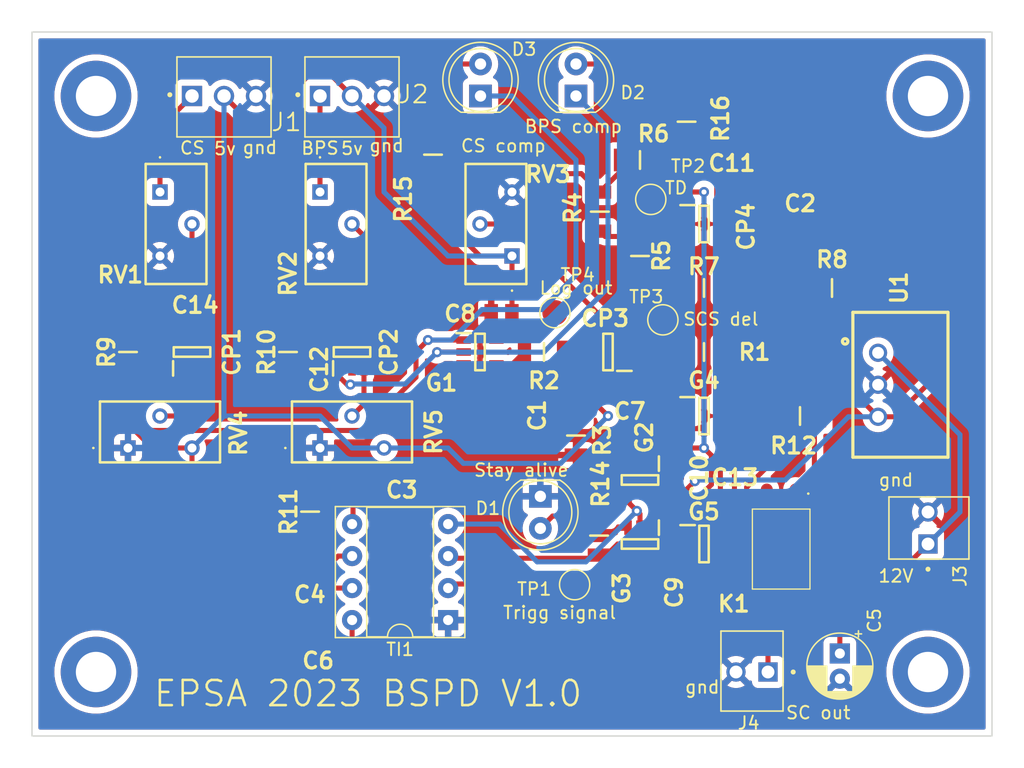
<source format=kicad_pcb>
(kicad_pcb (version 20211014) (generator pcbnew)
  (layers (0 "F.Cu" signal) (31 "B.Cu" signal) (34 "B.Paste" user) (35 "F.Paste" user) (36 "B.SilkS" user "B.Silkscreen") (37 "F.SilkS" user "F.Silkscreen") (38 "B.Mask" user) (39 "F.Mask" user) (44 "Edge.Cuts" user))
  (net 0 "")
  (net 1 "Net-(C1-Pad1)")
  (net 2 "0")
  (net 3 "Net-(C2-Pad1)")
  (net 4 "Net-(C3-Pad2)")
  (net 5 "Net-(C4-Pad1)")
  (net 6 "Net-(CP1-Pad1)")
  (net 7 "Net-(CP1-Pad3)")
  (net 8 "Net-(CP1-Pad4)")
  (net 9 "+5V")
  (net 10 "Net-(CP2-Pad1)")
  (net 11 "Net-(CP2-Pad3)")
  (net 12 "Net-(CP2-Pad4)")
  (net 13 "Del")
  (net 14 "Net-(CP3-Pad3)")
  (net 15 "Trigg")
  (net 16 "Net-(CP4-Pad3)")
  (net 17 "Logic out")
  (net 18 "Net-(G2-Pad4)")
  (net 19 "Trigg Signal")
  (net 20 "Net-(G4-Pad4)")
  (net 21 "StayAlive")
  (net 22 "BSPDE")
  (net 23 "Current Sensor IN")
  (net 24 "BPS Signal")
  (net 25 "+12V")
  (net 26 "SC")
  (net 27 "Net-(K1-Pad1)")
  (net 28 "Net-(D1-Pad2)")
  (net 29 "Net-(D2-Pad2)")
  (net 30 "Net-(D3-Pad2)")
  (footprint "MountingHole:MountingHole_3.2mm_M3_DIN965_Pad" (layer "F.Cu") (at 165.1 116.84)
    (fp_text reference "REF**" hide)
    (fp_text value "MountingHole_3.2mm_M3_DIN965_Pad" hide)
  )
  (footprint "EPSA_lib:SOT95P280X145-5N" (layer "F.Cu") (at 142.24 101.6 -90)
    (fp_text reference "G2")
    (fp_text value "Gate NAND SN74AHCT1G00DBVR" hide)
  )
  (footprint "EPSA_lib:CAPC2012X130N" (layer "F.Cu") (at 139.330641 94.192119)
    (fp_text reference "C7")
    (fp_text value "Condensateur 0805Y1000104JXT" hide)
  )
  (footprint "MountingHole:MountingHole_3.2mm_M3_DIN965_Pad" (layer "F.Cu") (at 99.06 71.12)
    (fp_text reference "REF**" hide)
    (fp_text value "MountingHole_3.2mm_M3_DIN965_Pad" hide)
  )
  (footprint "EPSA_lib:SOT95P280X145-5N" (layer "F.Cu") (at 147.32 96.52)
    (fp_text reference "G4")
    (fp_text value "Gate OR SN74AHCT1G32DBVR" hide)
  )
  (footprint "EPSA_lib:MOLEX_22-11-2022" (layer "F.Cu") (at 152.4 116.84 180)
    (fp_text reference "J4")
    (fp_text value "2P Droit 2-11-2022")
  )
  (footprint "EPSA_lib:TSR-0.5-2433" (layer "F.Cu") (at 159.136 88.2915 -90)
    (fp_text reference "U1")
    (fp_text value "Alim LP TSR_0.5-2450" hide)
  )
  (footprint "EPSA_lib:3296Y1223LF" (layer "F.Cu") (at 116.84 99.06 -90)
    (fp_text reference "RV5")
    (fp_text value "Varystor 3296Y-1-223LF" hide)
  )
  (footprint "EPSA_lib:RESC3216X70N" (layer "F.Cu") (at 134.62 91.44)
    (fp_text reference "R2")
    (fp_text value "Résistance RK73H2BLTDD2152F" hide)
  )
  (footprint "EPSA_lib:SOT95P280X145-5N" (layer "F.Cu") (at 147.32 106.68)
    (fp_text reference "G5")
    (fp_text value "Gate NOR SN74AHCT1G02DBVR" hide)
  )
  (footprint "EPSA_lib:RESC3216X70N" (layer "F.Cu") (at 139.052725 80.299257 -90)
    (fp_text reference "R4")
    (fp_text value "Résistance RK73H2BLTDD2152F" hide)
  )
  (footprint "Package_DIP:DIP-8_W7.62mm_Socket" (layer "F.Cu") (at 127.008945 112.718181 180)
    (fp_text reference "TI1")
    (fp_text value "Timer 555 LM555CMX_NOPB")
  )
  (footprint "LED_THT:LED_D5.0mm" (layer "F.Cu") (at 134.330177 102.89618 -90)
    (fp_text reference "D1")
    (fp_text value "LED")
  )
  (footprint "EPSA_lib:SOT95P280X145-5N" (layer "F.Cu") (at 142.24 106.68 -90)
    (fp_text reference "G3")
    (fp_text value "Gate NAND SN74AHCT1G00DBVR" hide)
  )
  (footprint "EPSA_lib:SOT95P280X145-5N" (layer "F.Cu") (at 106.68 91.44 90)
    (fp_text reference "CP1")
    (fp_text value "Comparateur TS391ILT" hide)
  )
  (footprint "EPSA_lib:CAPC2012X130N" (layer "F.Cu") (at 144.996793 101.858091 90)
    (fp_text reference "C10")
    (fp_text value "Condensateur 0805Y1000104JXT" hide)
  )
  (footprint "EPSA_lib:CAPC2012X130N" (layer "F.Cu") (at 103.826525 89.121713 90)
    (fp_text reference "C14")
    (fp_text value "Condensateur 0805Y1000104JXT" hide)
  )
  (footprint "EPSA_lib:RESC3216X70N" (layer "F.Cu") (at 147.32 86.36)
    (fp_text reference "R7")
    (fp_text value "Résistance RK73H2BLTDD2152F" hide)
  )
  (footprint "EPSA_lib:CAPC2012X130N" (layer "F.Cu") (at 150.565317 99.377893)
    (fp_text reference "C13")
    (fp_text value "Condensateur 0805Y1000104JXT" hide)
  )
  (footprint "EPSA_lib:CPC1394GR" (layer "F.Cu") (at 153.446465 107.081097 180)
    (fp_text reference "K1")
    (fp_text value "SSR CPC1394GR" hide)
  )
  (footprint "TestPoint:TestPoint_Pad_D2.0mm" (layer "F.Cu") (at 144.055444 88.887924)
    (fp_text reference "TP3")
    (fp_text value "TestPoint")
  )
  (footprint "MountingHole:MountingHole_3.2mm_M3_DIN965_Pad" (layer "F.Cu") (at 165.1 71.12)
    (fp_text reference "REF**" hide)
    (fp_text value "MountingHole_3.2mm_M3_DIN965_Pad" hide)
  )
  (footprint "EPSA_lib:RESC3216X70N" (layer "F.Cu") (at 125.811056 75.776009 -90)
    (fp_text reference "R15")
    (fp_text value "Résistance RK73H2BLTDD2152F" hide)
  )
  (footprint "EPSA_lib:3296Y1223LF" (layer "F.Cu") (at 104.14 78.74 180)
    (fp_text reference "RV1")
    (fp_text value "Varystor 3296Y-1-223LF" hide)
  )
  (footprint "EPSA_lib:3296Y1223LF" (layer "F.Cu") (at 101.6 99.06 -90)
    (fp_text reference "RV4")
    (fp_text value "Varystor 3296Y-1-223LF" hide)
  )
  (footprint "EPSA_lib:RESC3216X70N" (layer "F.Cu") (at 157.48 86.36 180)
    (fp_text reference "R8")
    (fp_text value "Résistance RK73H2BLTDD2152F" hide)
  )
  (footprint "EPSA_lib:CAPC2012X130N" (layer "F.Cu") (at 149.48666 78.426525)
    (fp_text reference "C11")
    (fp_text value "Condensateur 0805Y1000104JXT" hide)
  )
  (footprint "EPSA_lib:RESC3216X70N" (layer "F.Cu") (at 147.32 91.44)
    (fp_text reference "R1")
    (fp_text value "Résistance RK73H2BLTDD2152F" hide)
  )
  (footprint "EPSA_lib:CAPC2012X130N" (layer "F.Cu") (at 154.94 81.28)
    (fp_text reference "C2")
    (fp_text value "Condensateur 0805Y1000104JXT" hide)
  )
  (footprint "EPSA_lib:3296Y1223LF" (layer "F.Cu") (at 116.84 78.74 180)
    (fp_text reference "RV2")
    (fp_text value "Varystor 3296Y-1-223LF" hide)
  )
  (footprint "EPSA_lib:RESC3216X70N" (layer "F.Cu") (at 116.054103 104.111595 90)
    (fp_text reference "R11")
    (fp_text value "Résistance RK73H2BLTDD2152F" hide)
  )
  (footprint "MountingHole:MountingHole_3.2mm_M3_DIN965_Pad" (layer "F.Cu") (at 99.06 116.84)
    (fp_text reference "REF**" hide)
    (fp_text value "MountingHole_3.2mm_M3_DIN965_Pad" hide)
  )
  (footprint "LED_THT:LED_D5.0mm" (layer "F.Cu") (at 137.16 71.12 90)
    (fp_text reference "D2")
    (fp_text value "LED")
  )
  (footprint "EPSA_lib:MOLEX_22-11-2022" (layer "F.Cu") (at 165.1 106.68 90)
    (fp_text reference "J3")
    (fp_text value "2P Droit 2-11-2022")
  )
  (footprint "EPSA_lib:RESC3216X70N" (layer "F.Cu") (at 154.94 96.52 180)
    (fp_text reference "R12")
    (fp_text value "Résistance RK73H2BLTDD2152F" hide)
  )
  (footprint "LED_THT:LED_D5.0mm" (layer "F.Cu") (at 129.579341 71.12 90)
    (fp_text reference "D3")
    (fp_text value "LED")
  )
  (footprint "EPSA_lib:RESC3216X70N" (layer "F.Cu") (at 138.991482 106.011767 -90)
    (fp_text reference "R14")
    (fp_text value "Résistance RK73H2BLTDD2152F" hide)
  )
  (footprint "EPSA_lib:CAPC2012X130N" (layer "F.Cu") (at 120.036769 115.893642)
    (fp_text reference "C6")
    (fp_text value "Condensateur 0805Y1000104JXT" hide)
  )
  (footprint "TestPoint:TestPoint_Pad_D2.0mm" (layer "F.Cu") (at 137.051316 109.908327)
    (fp_text reference "TP1")
    (fp_text value "TestPoint")
  )
  (footprint "EPSA_lib:RESC3216X70N" (layer "F.Cu") (at 137.16 98.07 90)
    (fp_text reference "R3")
    (fp_text value "Résistance RK73H2BLTDD2152F" hide)
  )
  (footprint "EPSA_lib:RESC3216X70N" (layer "F.Cu") (at 142.24 76.2 180)
    (fp_text reference "R6")
    (fp_text value "Résistance RK73H2BLTDD2152F" hide)
  )
  (footprint "Capacitor_THT:CP_Radial_D5.0mm_P2.00mm" (layer "F.Cu") (at 158.103366 115.370154 -90)
    (fp_text reference "C5")
    (fp_text value "C")
  )
  (footprint "EPSA_lib:CAPC2012X130N" (layer "F.Cu") (at 116.657137 89.154906 90)
    (fp_text reference "C12")
    (fp_text value "Condensateur 0805Y1000104JXT" hide)
  )
  (footprint "EPSA_lib:MOLEX_22-11-2032" (layer "F.Cu") (at 116.84 71.12)
    (fp_text reference "J2")
    (fp_text value "3P Droit 22-11-2032")
  )
  (footprint "EPSA_lib:SOT95P280X145-5N" (layer "F.Cu") (at 139.7 91.44 180)
    (fp_text reference "CP3")
    (fp_text value "Comparateur TS391ILT" hide)
  )
  (footprint "EPSA_lib:RESC3216X70N" (layer "F.Cu") (at 145.937287 73.159219 90)
    (fp_text reference "R16")
    (fp_text value "Résistance RK73H2BLTDD2152F" hide)
  )
  (footprint "EPSA_lib:CAPC2012X130N" (layer "F.Cu") (at 131.25078 88.369796 180)
    (fp_text reference "C8")
    (fp_text value "Condensateur 0805Y1000104JXT" hide)
  )
  (footprint "EPSA_lib:3296Y1223LF" (layer "F.Cu") (at 132.08 83.82)
    (fp_text reference "RV3")
    (fp_text value "Varystor 3296Y-1-223LF" hide)
  )
  (footprint "EPSA_lib:CAPC2012X130N" (layer "F.Cu") (at 116.041316 109.064947 180)
    (fp_text reference "C4")
    (fp_text value "Condensateur 0805Y1000104JXT" hide)
  )
  (footprint "EPSA_lib:SOT95P280X145-5N" (layer "F.Cu") (at 147.32 81.28)
    (fp_text reference "CP4")
    (fp_text value "Comparateur TS391ILT" hide)
  )
  (footprint "EPSA_lib:RESC3216X70N" (layer "F.Cu") (at 114.3 91.44 90)
    (fp_text reference "R10")
    (fp_text value "Résistance RK73H2BLTDD2152F" hide)
  )
  (footprint "EPSA_lib:CAPC2012X130N" (layer "F.Cu") (at 132.08 96.52 -90)
    (fp_text reference "C1")
    (fp_text value "Condensateur 0805Y1000104JXT" hide)
  )
  (footprint "EPSA_lib:RESC3216X70N" (layer "F.Cu") (at 101.6 91.44 90)
    (fp_text reference "R9")
    (fp_text value "Résistance RK73H2BLTDD2152F" hide)
  )
  (footprint "EPSA_lib:SOT95P280X145-5N" (layer "F.Cu") (at 129.54 91.44)
    (fp_text reference "G1")
    (fp_text value "Gate AND SN74AHCT1G08DBVR" hide)
  )
  (footprint "EPSA_lib:MOLEX_22-11-2032" (layer "F.Cu") (at 106.68 71.12)
    (fp_text reference "J1")
    (fp_text value "3P Droit 22-11-2032")
  )
  (footprint "TestPoint:TestPoint_Pad_D2.0mm" (layer "F.Cu") (at 135.489466 88.320355)
    (fp_text reference "TP4")
    (fp_text value "TestPoint")
  )
  (footprint "EPSA_lib:SOT95P280X145-5N" (layer "F.Cu") (at 119.38 91.44 90)
    (fp_text reference "CP2")
    (fp_text value "Comparateur TS391ILT" hide)
  )
  (footprint "TestPoint:TestPoint_Pad_D2.0mm" (layer "F.Cu") (at 143.095409 79.329644)
    (fp_text reference "TP2")
    (fp_text value "TestPoint")
  )
  (footprint "EPSA_lib:CAPC2012X130N" (layer "F.Cu") (at 143.081373 110.555008 -90)
    (fp_text reference "C9")
    (fp_text value "Condensateur 0805Y1000104JXT" hide)
  )
  (footprint "EPSA_lib:CAPC2012X130N" (layer "F.Cu") (at 120.281379 102.505323 180)
    (fp_text reference "C3")
    (fp_text value "Condensateur 0805Y1000104JXT" hide)
  )
  (footprint "EPSA_lib:RESC3216X70N" (layer "F.Cu") (at 142.24 83.82 -90)
    (fp_text reference "R5")
    (fp_text value "Résistance RK73H2BLTDD2152F" hide)
  )
  (gr_rect (start 93.98 66.04) (end 170.18 121.92) (layer "Edge.Cuts") (width 0.1) (fill none))
  (gr_text "5v" (at 119.38 75.280154) (layer "F.SilkS") (effects (font (size 1 1))))
  (gr_text "SC out" (at 156.387562 120.071903) (layer "F.SilkS") (effects (font (size 1 1))))
  (gr_text "gnd" (at 162.56 101.6) (layer "F.SilkS") (effects (font (size 1 1))))
  (gr_text "CS comp" (at 131.391148 75.074794) (layer "F.SilkS") (effects (font (size 1 1))))
  (gr_text "Stay alive" (at 132.815063 100.819807) (layer "F.SilkS") (effects (font (size 1 1))))
  (gr_text "CS" (at 106.705284 75.249021) (layer "F.SilkS") (effects (font (size 1 1))))
  (gr_text "BPS" (at 116.84 75.258078) (layer "F.SilkS") (effects (font (size 1 1))))
  (gr_text "TD" (at 145.106819 78.412898) (layer "F.SilkS") (effects (font (size 1 1))))
  (gr_text "5v" (at 109.300569 75.298268) (layer "F.SilkS") (effects (font (size 1 1))))
  (gr_text "Trigg signal" (at 135.856715 112.128797) (layer "F.SilkS") (effects (font (size 1 1))))
  (gr_text "BPS comp" (at 136.951948 73.541905) (layer "F.SilkS") (effects (font (size 1 1))))
  (gr_text "SCS del" (at 148.658396 88.831744) (layer "F.SilkS") (effects (font (size 1 1))))
  (gr_text "gnd" (at 147.183202 118.035516) (layer "F.SilkS") (effects (font (size 1 1))))
  (gr_text "gnd" (at 112.071992 75.207698) (layer "F.SilkS") (effects (font (size 1 1))))
  (gr_text "EPSA 2023 BSPD V1.0" (at 120.654613 118.552914) (layer "F.SilkS") (effects (font (size 2 2) (thickness 0.2))))
  (gr_text "gnd" (at 122.125195 75.062787) (layer "F.SilkS") (effects (font (size 1 1))))
  (gr_text "Log out" (at 137.16 86.36) (layer "F.SilkS") (effects (font (size 1 1))))
  (gr_text "12V" (at 162.56 109.22) (layer "F.SilkS") (effects (font (size 1 1))))
  (segment (start 137.16 93.98) (end 137.16 96.52) (width 0.4) (layer "F.Cu") (net 1))
  (segment (start 137.45 91.44) (end 138.4 90.49) (width 0.4) (layer "F.Cu") (net 1))
  (segment (start 136.17 91.44) (end 136.17 92.99) (width 0.4) (layer "F.Cu") (net 1))
  (segment (start 136.17 92.99) (end 137.16 93.98) (width 0.4) (layer "F.Cu") (net 1))
  (segment (start 136.17 91.44) (end 137.45 91.44) (width 0.4) (layer "F.Cu") (net 1))
  (segment (start 136.17 91.44) (end 132.08 95.53) (width 0.4) (layer "F.Cu") (net 1))
  (segment (start 144.434884 101.6) (end 142.24 101.6) (width 0.25) (layer "F.Cu") (net 2))
  (segment (start 144.996793 101.038091) (end 144.434884 101.6) (width 0.25) (layer "F.Cu") (net 2))
  (segment (start 154.12 81.28) (end 154.12 84.55) (width 0.4) (layer "F.Cu") (net 3))
  (segment (start 154.12 81.28) (end 149.57 81.28) (width 0.4) (layer "F.Cu") (net 3))
  (segment (start 149.57 81.28) (end 148.62 82.23) (width 0.4) (layer "F.Cu") (net 3))
  (segment (start 148.87 86.36) (end 148.87 82.48) (width 0.4) (layer "F.Cu") (net 3))
  (segment (start 148.87 82.48) (end 148.62 82.23) (width 0.4) (layer "F.Cu") (net 3))
  (segment (start 154.12 84.55) (end 155.93 86.36) (width 0.4) (layer "F.Cu") (net 3))
  (segment (start 119.461379 102.505323) (end 119.461379 105.025747) (width 0.4) (layer "F.Cu") (net 4))
  (segment (start 119.461379 105.025747) (end 119.388945 105.098181) (width 0.4) (layer "F.Cu") (net 4))
  (segment (start 119.388945 107.638181) (end 118.288082 107.638181) (width 0.4) (layer "F.Cu") (net 5))
  (segment (start 116.861316 109.064947) (end 116.861316 106.468808) (width 0.4) (layer "F.Cu") (net 5))
  (segment (start 116.861316 106.468808) (end 116.054103 105.661595) (width 0.4) (layer "F.Cu") (net 5))
  (segment (start 118.288082 107.638181) (end 116.861316 109.064947) (width 0.4) (layer "F.Cu") (net 5))
  (segment (start 119.388945 110.178181) (end 117.97455 110.178181) (width 0.4) (layer "F.Cu") (net 5))
  (segment (start 117.97455 110.178181) (end 116.861316 109.064947) (width 0.4) (layer "F.Cu") (net 5))
  (segment (start 103.15 92.99) (end 105.48 92.99) (width 0.4) (layer "F.Cu") (net 6))
  (segment (start 101.6 92.99) (end 103.15 92.99) (width 0.4) (layer "F.Cu") (net 6))
  (segment (start 124.46 93.445) (end 124.46 91.44) (width 0.4) (layer "F.Cu") (net 6))
  (segment (start 103.15 92.99) (end 103.15 94.179002) (width 0.4) (layer "F.Cu") (net 6))
  (segment (start 102.449431 96.723694) (end 103.393981 97.668244) (width 0.4) (layer "F.Cu") (net 6))
  (segment (start 120.236756 97.668244) (end 124.46 93.445) (width 0.4) (layer "F.Cu") (net 6))
  (segment (start 103.15 94.179002) (end 102.449431 94.879571) (width 0.4) (layer "F.Cu") (net 6))
  (segment (start 102.449431 94.879571) (end 102.449431 96.723694) (width 0.4) (layer "F.Cu") (net 6))
  (segment (start 125.41 90.49) (end 128.24 90.49) (width 0.4) (layer "F.Cu") (net 6))
  (segment (start 124.46 91.44) (end 125.41 90.49) (width 0.4) (layer "F.Cu") (net 6))
  (segment (start 103.393981 97.668244) (end 120.236756 97.668244) (width 0.4) (layer "F.Cu") (net 6))
  (segment (start 105.48 92.99) (end 105.73 92.74) (width 0.4) (layer "F.Cu") (net 6))
  (via (at 125.41 90.49) (size 0.8) (drill 0.4) (layers "F.Cu" "B.Cu") (net 6))
  (segment (start 137.16 85.342508) (end 137.16 76.2) (width 0.4) (layer "B.Cu") (net 6))
  (segment (start 132.08 71.12) (end 129.579341 71.12) (width 0.4) (layer "B.Cu") (net 6))
  (segment (start 137.16 76.2) (end 132.08 71.12) (width 0.4) (layer "B.Cu") (net 6))
  (segment (start 127.277 90.49) (end 129.695239 88.071761) (width 0.4) (layer "B.Cu") (net 6))
  (segment (start 125.41 90.49) (end 127.277 90.49) (width 0.4) (layer "B.Cu") (net 6))
  (segment (start 129.695239 88.071761) (end 134.430747 88.071761) (width 0.4) (layer "B.Cu") (net 6))
  (segment (start 134.430747 88.071761) (end 137.16 85.342508) (width 0.4) (layer "B.Cu") (net 6))
  (segment (start 107.63 94.372683) (end 107.63 92.74) (width 0.4) (layer "F.Cu") (net 7))
  (segment (start 105.482683 96.52) (end 107.63 94.372683) (width 0.4) (layer "F.Cu") (net 7))
  (segment (start 104.14 96.52) (end 105.482683 96.52) (width 0.4) (layer "F.Cu") (net 7))
  (segment (start 106.68 81.28) (end 106.68 86.36) (width 0.4) (layer "F.Cu") (net 8))
  (segment (start 106.68 86.36) (end 107.63 87.31) (width 0.4) (layer "F.Cu") (net 8))
  (segment (start 107.63 87.31) (end 107.63 90.14) (width 0.4) (layer "F.Cu") (net 8))
  (segment (start 125.793257 80.073257) (end 125.793257 77.343808) (width 0.4) (layer "F.Cu") (net 9))
  (segment (start 116.84 102.59) (end 108.889831 102.59) (width 0.4) (layer "F.Cu") (net 9))
  (segment (start 146.5955 101.692134) (end 145.387634 102.9) (width 0.4) (layer "F.Cu") (net 9))
  (segment (start 114.3 88.9) (end 111.76 86.36) (width 0.4) (layer "F.Cu") (net 9))
  (segment (start 119.388945 112.718181) (end 119.388945 115.721466) (width 0.4) (layer "F.Cu") (net 9))
  (segment (start 140.69 76.2) (end 142.355167 74.534833) (width 0.4) (layer "F.Cu") (net 9))
  (segment (start 114.384906 89.974906) (end 118.264906 89.974906) (width 0.4) (layer "F.Cu") (net 9))
  (segment (start 149.86 93.98) (end 152.4 91.44) (width 0.4) (layer "F.Cu") (net 9))
  (segment (start 101.6 89.89) (end 100.05 91.44) (width 0.4) (layer "F.Cu") (net 9))
  (segment (start 100.05 91.44) (end 100.05 95.583663) (width 0.4) (layer "F.Cu") (net 9))
  (segment (start 139.052725 78.749257) (end 140.69 77.111982) (width 0.4) (layer "F.Cu") (net 9))
  (segment (start 154.94 76.2) (end 165.1 86.36) (width 0.4) (layer "F.Cu") (net 9))
  (segment (start 132.08 83.82) (end 132.08 89.25) (width 0.4) (layer "F.Cu") (net 9))
  (segment (start 142.563397 74.534833) (end 142.584865 74.556301) (width 0.4) (layer "F.Cu") (net 9))
  (segment (start 152.4 91.44) (end 155.9945 91.44) (width 0.4) (layer "F.Cu") (net 9))
  (segment (start 119.216769 115.893642) (end 118.433642 115.893642) (width 0.4) (layer "F.Cu") (net 9))
  (segment (start 125.793257 77.343808) (end 125.811056 77.326009) (width 0.4) (layer "F.Cu") (net 9))
  (segment (start 119.388945 115.721466) (end 119.216769 115.893642) (width 0.4) (layer "F.Cu") (net 9))
  (segment (start 148.62 77.5) (end 148.62 80.33) (width 0.4) (layer "F.Cu") (net 9))
  (segment (start 137.586307 77.282839) (end 139.052725 78.749257) (width 0.4) (layer "F.Cu") (net 9))
  (segment (start 132.740444 118.127746) (end 120.379223 118.127746) (width 0.4) (layer "F.Cu") (net 9))
  (segment (start 105.48 89.89) (end 105.73 90.14) (width 0.4) (layer "F.Cu") (net 9))
  (segment (start 147.32 76.2) (end 154.94 76.2) (width 0.4) (layer "F.Cu") (net 9))
  (segment (start 143.081373 109.735008) (end 141.133182 109.735008) (width 0.4) (layer "F.Cu") (net 9))
  (segment (start 149.879807 95.569251) (end 148.910749 95.569251) (width 0.4) (layer "F.Cu") (net 9))
  (segment (start 138.4 95.22) (end 138.4 92.39) (width 0.4) (layer "F.Cu") (net 9))
  (segment (start 108.889831 106.349831) (end 108.889831 102.59) (width 0.4) (layer "F.Cu") (net 9))
  (segment (start 165.1 93.98) (end 162.4985 96.5815) (width 0.4) (layer "F.Cu") (net 9))
  (segment (start 149.86 99.26321) (end 149.86 93.98) (width 0.4) (layer "F.Cu") (net 9))
  (segment (start 106.68 100.380169) (end 108.889831 102.59) (width 0.4) (layer "F.Cu") (net 9))
  (segment (start 148.62 95.57) (end 148.62 91.69) (width 0.4) (layer "F.Cu") (net 9))
  (segment (start 117.568995 69.308995) (end 119.38 71.12) (width 0.4) (layer "F.Cu") (net 9))
  (segment (start 142.355167 74.534833) (end 142.563397 74.534833) (width 0.4) (layer "F.Cu") (net 9))
  (segment (start 118.433642 115.893642) (end 108.889831 106.349831) (width 0.4) (layer "F.Cu") (net 9))
  (segment (start 143.19 107.98) (end 143.19 109.626381) (width 0.4) (layer "F.Cu") (net 9))
  (segment (start 103.526337 99.06) (end 106.68 99.06) (width 0.4) (layer "F.Cu") (net 9))
  (segment (start 132.08 89.25) (end 130.84 90.49) (width 0.4) (layer "F.Cu") (net 9))
  (segment (start 120.379223 118.127746) (end 119.216769 116.965292) (width 0.4) (layer "F.Cu") (net 9))
  (segment (start 111.76 73.66) (end 116.111005 69.308995) (width 0.4) (layer "F.Cu") (net 9))
  (segment (start 140.69 77.111982) (end 140.69 76.2) (width 0.4) (layer "F.Cu") (net 9))
  (segment (start 125.811056 77.326009) (end 125.854226 77.282839) (width 0.4) (layer "F.Cu") (net 9))
  (segment (start 155.9945 91.44) (end 161.136 96.5815) (width 0.4) (layer "F.Cu") (net 9))
  (segment (start 129.54 83.82) (end 125.793257 80.073257) (width 0.4) (layer "F.Cu") (net 9))
  (segment (start 139.7 96.52) (end 138.4 95.22) (width 0.4) (layer "F.Cu") (net 9))
  (segment (start 132.08 83.82) (end 129.54 83.82) (width 0.4) (layer "F.Cu") (net 9))
  (segment (start 145.387634 102.9) (end 143.19 102.9) (width 0.4) (layer "F.Cu") (net 9))
  (segment (start 125.854226 77.282839) (end 137.586307 77.282839) (width 0.4) (layer "F.Cu") (net 9))
  (segment (start 145.676301 74.556301) (end 147.32 76.2) (width 0.4) (layer "F.Cu") (net 9))
  (segment (start 119.216769 116.965292) (end 119.216769 115.893642) (width 0.4) (layer "F.Cu") (net 9))
  (segment (start 165.1 86.36) (end 165.1 93.98) (width 0.4) (layer "F.Cu") (net 9))
  (segment (start 148.62 105.73) (end 149.735532 104.614468) (width 0.4) (layer "F.Cu") (net 9))
  (segment (start 147.32 76.2) (end 148.62 77.5) (width 0.4) (layer "F.Cu") (net 9))
  (segment (start 114.3 89.89) (end 114.384906 89.974906) (width 0.4) (layer "F.Cu") (net 9))
  (segment (start 118.264906 89.974906) (end 118.43 90.14) (width 0.4) (layer "F.Cu") (net 9))
  (segment (start 141.133182 109.735008) (end 132.740444 118.127746) (width 0.4) (layer "F.Cu") (net 9))
  (segment (start 100.05 95.583663) (end 103.526337 99.06) (width 0.4) (layer "F.Cu") (net 9))
  (segment (start 116.111005 69.308995) (end 117.568995 69.308995) (width 0.4) (layer "F.Cu") (net 9))
  (segment (start 114.3 89.89) (end 114.3 88.9) (width 0.4) (layer "F.Cu") (net 9))
  (segment (start 101.6 89.89) (end 105.48 89.89) (width 0.4) (layer "F.Cu") (net 9))
  (segment (start 162.4985 96.5815) (end 161.136 96.5815) (width 0.4) (layer "F.Cu") (net 9))
  (segment (start 106.68 99.06) (end 106.68 100.380169) (width 0.4) (layer "F.Cu") (net 9))
  (segment (start 142.584865 74.556301) (end 145.676301 74.556301) (width 0.4) (layer "F.Cu") (net 9))
  (segment (start 111.76 73.66) (end 109.22 71.12) (width 0.4) (layer "F.Cu") (net 9))
  (segment (start 118.23161 89.94161) (end 118.43 90.14) (width 0.4) (layer "F.Cu") (net 9))
  (segment (start 149.735532 104.614468) (end 149.735532 99.387678) (width 0.4) (layer "F.Cu") (net 9))
  (segment (start 111.76 86.36) (end 111.76 73.66) (width 0.4) (layer "F.Cu") (net 9))
  (via (at 146.5955 101.692134) (size 0.8) (drill 0.4) (layers "F.Cu" "B.Cu") (net 9))
  (via (at 139.7 96.52) (size 0.8) (drill 0.4) (layers "F.Cu" "B.Cu") (net 9))
  (segment (start 127 99.06) (end 121.92 99.06) (width 0.4) (layer "B.Cu") (net 9))
  (segment (start 146.687634 101.6) (end 153.7625 101.6) (width 0.4) (layer "B.Cu") (net 9))
  (segment (start 121.92 73.66) (end 119.38 71.12) (width 0.4) (layer "B.Cu") (net 9))
  (segment (start 116.84 96.52) (end 109.22 96.52) (width 0.4) (layer "B.Cu") (net 9))
  (segment (start 109.22 96.52) (end 109.22 71.12) (width 0.4) (layer "B.Cu") (net 9))
  (segment (start 153.7625 101.6) (end 158.781 96.5815) (width 0.4) (layer "B.Cu") (net 9))
  (segment (start 146.5955 101.692134) (end 146.687634 101.6) (width 0.4) (layer "B.Cu") (net 9))
  (segment (start 139.7 96.52) (end 135.942314 100.277686) (width 0.4) (layer "B.Cu") (net 9))
  (segment (start 128.217686 100.277686) (end 127 99.06) (width 0.4) (layer "B.Cu") (net 9))
  (segment (start 132.08 83.82) (end 127 83.82) (width 0.4) (layer "B.Cu") (net 9))
  (segment (start 128.217686 100.277686) (end 135.942314 100.277686) (width 0.4) (layer "B.Cu") (net 9))
  (segment (start 106.68 99.06) (end 109.22 96.52) (width 0.4) (layer "B.Cu") (net 9))
  (segment (start 121.92 78.74) (end 121.92 73.66) (width 0.4) (layer "B.Cu") (net 9))
  (segment (start 119.38 99.06) (end 116.84 96.52) (width 0.4) (layer "B.Cu") (net 9))
  (segment (start 121.92 99.06) (end 119.38 99.06) (width 0.4) (layer "B.Cu") (net 9))
  (segment (start 158.781 96.5815) (end 161.136 96.5815) (width 0.4) (layer "B.Cu") (net 9))
  (segment (start 127 83.82) (end 121.92 78.74) (width 0.4) (layer "B.Cu") (net 9))
  (segment (start 114.3 92.99) (end 118.18 92.99) (width 0.4) (layer "F.Cu") (net 10))
  (segment (start 128.24 91.44) (end 126.147071 91.44) (width 0.4) (layer "F.Cu") (net 10))
  (segment (start 119.251221 94.028303) (end 118.993303 94.028303) (width 0.4) (layer "F.Cu") (net 10))
  (segment (start 118.43 93.465) (end 118.43 92.74) (width 0.4) (layer "F.Cu") (net 10))
  (segment (start 126.147071 91.44) (end 126.133745 91.453326) (width 0.4) (layer "F.Cu") (net 10))
  (segment (start 118.993303 94.028303) (end 118.43 93.465) (width 0.4) (layer "F.Cu") (net 10))
  (segment (start 118.18 92.99) (end 118.43 92.74) (width 0.4) (layer "F.Cu") (net 10))
  (via (at 119.251221 94.028303) (size 0.8) (drill 0.4) (layers "F.Cu" "B.Cu") (net 10))
  (via (at 126.133745 91.453326) (size 0.8) (drill 0.4) (layers "F.Cu" "B.Cu") (net 10))
  (segment (start 139.7 86.36) (end 139.7 73.66) (width 0.4) (layer "B.Cu") (net 10))
  (segment (start 126.133745 91.453326) (end 134.606674 91.453326) (width 0.4) (layer "B.Cu") (net 10))
  (segment (start 139.7 73.66) (end 137.16 71.12) (width 0.4) (layer "B.Cu") (net 10))
  (segment (start 134.606674 91.453326) (end 139.7 86.36) (width 0.4) (layer "B.Cu") (net 10))
  (segment (start 123.607071 93.98) (end 126.133745 91.453326) (width 0.4) (layer "B.Cu") (net 10))
  (segment (start 119.299524 93.98) (end 123.607071 93.98) (width 0.4) (layer "B.Cu") (net 10))
  (segment (start 119.251221 94.028303) (end 119.299524 93.98) (width 0.4) (layer "B.Cu") (net 10))
  (segment (start 120.33 95.57) (end 120.33 92.74) (width 0.4) (layer "F.Cu") (net 11))
  (segment (start 119.38 96.52) (end 120.33 95.57) (width 0.4) (layer "F.Cu") (net 11))
  (segment (start 120.33 82.23) (end 119.38 81.28) (width 0.4) (layer "F.Cu") (net 12))
  (segment (start 120.33 90.14) (end 120.33 82.23) (width 0.4) (layer "F.Cu") (net 12))
  (segment (start 146.02 95.57) (end 145.195 95.57) (width 0.4) (layer "F.Cu") (net 13))
  (segment (start 145.195 95.57) (end 143.19 97.575) (width 0.4) (layer "F.Cu") (net 13))
  (segment (start 143.19 97.575) (end 143.19 100.3) (width 0.4) (layer "F.Cu") (net 13))
  (segment (start 144.82 92.39) (end 145.77 91.44) (width 0.4) (layer "F.Cu") (net 13))
  (segment (start 145.77 95.32) (end 146.02 95.57) (width 0.4) (layer "F.Cu") (net 13))
  (segment (start 145.77 88.936453) (end 145.77 86.36) (width 0.4) (layer "F.Cu") (net 13))
  (segment (start 142.24 100.3) (end 143.19 100.3) (width 0.4) (layer "F.Cu") (net 13))
  (segment (start 145.721471 88.887924) (end 145.77 88.936453) (width 0.4) (layer "F.Cu") (net 13))
  (segment (start 144.055444 88.887924) (end 145.721471 88.887924) (width 0.4) (layer "F.Cu") (net 13))
  (segment (start 145.77 91.44) (end 145.77 95.32) (width 0.4) (layer "F.Cu") (net 13))
  (segment (start 141 92.39) (end 144.82 92.39) (width 0.4) (layer "F.Cu") (net 13))
  (segment (start 145.77 91.44) (end 145.77 88.936453) (width 0.4) (layer "F.Cu") (net 13))
  (segment (start 131.79 81.28) (end 141 90.49) (width 0.4) (layer "F.Cu") (net 14))
  (segment (start 129.54 81.28) (end 131.79 81.28) (width 0.4) (layer "F.Cu") (net 14))
  (segment (start 147.907694 101.962277) (end 144.489971 105.38) (width 0.4) (layer "F.Cu") (net 15))
  (segment (start 144.489971 105.38) (end 143.19 105.38) (width 0.4) (layer "F.Cu") (net 15))
  (segment (start 144.605 78.915) (end 146.02 80.33) (width 0.4) (layer "F.Cu") (net 15))
  (segment (start 144.832139 98.393394) (end 145.498745 99.06) (width 0.4) (layer "F.Cu") (net 15))
  (segment (start 147.907694 99.647694) (end 147.907694 101.962277) (width 0.4) (layer "F.Cu") (net 15))
  (segment (start 146.02 96.52) (end 145.295 96.52) (width 0.4) (layer "F.Cu") (net 15))
  (segment (start 147.32 99.06) (end 147.907694 99.647694) (width 0.4) (layer "F.Cu") (net 15))
  (segment (start 145.498745 99.06) (end 147.32 99.06) (width 0.4) (layer "F.Cu") (net 15))
  (segment (start 144.605 78.915) (end 144.78 78.74) (width 0.4) (layer "F.Cu") (net 15))
  (segment (start 143.79 76.2) (end 143.79 78.1) (width 0.4) (layer "F.Cu") (net 15))
  (segment (start 145.295 96.52) (end 144.832139 96.982861) (width 0.4) (layer "F.Cu") (net 15))
  (segment (start 143.510053 78.915) (end 144.605 78.915) (width 0.4) (layer "F.Cu") (net 15))
  (segment (start 144.832139 96.982861) (end 144.832139 98.393394) (width 0.4) (layer "F.Cu") (net 15))
  (segment (start 143.79 78.1) (end 144.605 78.915) (width 0.4) (layer "F.Cu") (net 15))
  (segment (start 144.78 78.74) (end 147.32 78.74) (width 0.4) (layer "F.Cu") (net 15))
  (via (at 147.32 99.06) (size 0.8) (drill 0.4) (layers "F.Cu" "B.Cu") (net 15))
  (via (at 147.32 78.74) (size 0.8) (drill 0.4) (layers "F.Cu" "B.Cu") (net 15))
  (segment (start 147.32 78.74) (end 147.32 99.06) (width 0.4) (layer "B.Cu") (net 15))
  (segment (start 139.473468 82.27) (end 139.052725 81.849257) (width 0.4) (layer "F.Cu") (net 16))
  (segment (start 142.24 82.27) (end 139.473468 82.27) (width 0.4) (layer "F.Cu") (net 16))
  (segment (start 146.02 82.23) (end 142.28 82.23) (width 0.4) (layer "F.Cu") (net 16))
  (segment (start 135.489466 88.320355) (end 133.07 90.739821) (width 0.4) (layer "F.Cu") (net 17))
  (segment (start 130.84 92.39) (end 132.12 92.39) (width 0.4) (layer "F.Cu") (net 17))
  (segment (start 132.12 92.39) (end 133.07 91.44) (width 0.4) (layer "F.Cu") (net 17))
  (segment (start 141.991185 104.052914) (end 141.29 103.351729) (width 0.4) (layer "F.Cu") (net 18))
  (segment (start 141.29 103.351729) (end 141.29 102.9) (width 0.4) (layer "F.Cu") (net 18))
  (segment (start 142.24 104.301729) (end 142.24 105.38) (width 0.4) (layer "F.Cu") (net 18))
  (segment (start 141.991185 104.052914) (end 142.24 104.301729) (width 0.4) (layer "F.Cu") (net 18))
  (via (at 141.991185 104.052914) (size 0.8) (drill 0.4) (layers "F.Cu" "B.Cu") (net 18))
  (segment (start 134.074646 108.096152) (end 137.947947 108.096152) (width 0.4) (layer "B.Cu") (net 18))
  (segment (start 137.947947 108.096152) (end 141.991185 104.052914) (width 0.4) (layer "B.Cu") (net 18))
  (segment (start 127.008945 105.098181) (end 131.076675 105.098181) (width 0.4) (layer "B.Cu") (net 18))
  (segment (start 131.076675 105.098181) (end 134.074646 108.096152) (width 0.4) (layer "B.Cu") (net 18))
  (segment (start 139.415 109.855) (end 127.332126 109.855) (width 0.4) (layer "F.Cu") (net 19))
  (segment (start 127.332126 109.855) (end 127.008945 110.178181) (width 0.4) (layer "F.Cu") (net 19))
  (segment (start 141.29 107.98) (end 139.415 109.855) (width 0.4) (layer "F.Cu") (net 19))
  (segment (start 146.02 105.155) (end 146.02 105.73) (width 0.4) (layer "F.Cu") (net 20))
  (segment (start 148.62 102.555) (end 146.02 105.155) (width 0.4) (layer "F.Cu") (net 20))
  (segment (start 148.62 97.47) (end 148.62 102.555) (width 0.4) (layer "F.Cu") (net 20))
  (segment (start 140.472763 106.68) (end 139.341684 107.811079) (width 0.4) (layer "F.Cu") (net 21))
  (segment (start 146.02 106.68) (end 140.472763 106.68) (width 0.4) (layer "F.Cu") (net 21))
  (segment (start 139.341684 107.811079) (end 127.181843 107.811079) (width 0.4) (layer "F.Cu") (net 21))
  (segment (start 127.181843 107.811079) (end 127.008945 107.638181) (width 0.4) (layer "F.Cu") (net 21))
  (segment (start 152.4 100.484434) (end 150.705635 102.178799) (width 0.4) (layer "F.Cu") (net 22))
  (segment (start 150.705635 106.959365) (end 150.035 107.63) (width 0.4) (layer "F.Cu") (net 22))
  (segment (start 150.035 107.63) (end 148.62 107.63) (width 0.4) (layer "F.Cu") (net 22))
  (segment (start 150.705635 102.178799) (end 150.705635 106.959365) (width 0.4) (layer "F.Cu") (net 22))
  (segment (start 152.4 97.51) (end 152.4 100.484434) (width 0.4) (layer "F.Cu") (net 22))
  (segment (start 153.39 96.52) (end 152.4 97.51) (width 0.4) (layer "F.Cu") (net 22))
  (segment (start 104.14 73.66) (end 104.14 78.74) (width 0.4) (layer "F.Cu") (net 23))
  (segment (start 106.68 71.12) (end 104.14 73.66) (width 0.4) (layer "F.Cu") (net 23))
  (segment (start 116.84 71.12) (end 116.84 78.74) (width 0.4) (layer "F.Cu") (net 24))
  (segment (start 158.103366 115.370154) (end 158.103366 111.136634) (width 0.4) (layer "F.Cu") (net 25))
  (segment (start 160.7 111.08) (end 165.1 106.68) (width 0.4) (layer "F.Cu") (net 25))
  (segment (start 154.990562 111.08) (end 158.16 111.08) (width 0.4) (layer "F.Cu") (net 25))
  (segment (start 154.589465 111.481097) (end 154.990562 111.08) (width 0.4) (layer "F.Cu") (net 25))
  (segment (start 158.103366 111.136634) (end 158.16 111.08) (width 0.4) (layer "F.Cu") (net 25))
  (segment (start 158.16 111.08) (end 160.7 111.08) (width 0.4) (layer "F.Cu") (net 25))
  (segment (start 161.136 91.5015) (end 167.64 98.0055) (width 0.4) (layer "B.Cu") (net 25))
  (segment (start 167.64 104.14) (end 165.1 106.68) (width 0.4) (layer "B.Cu") (net 25))
  (segment (start 167.64 98.0055) (end 167.64 104.14) (width 0.4) (layer "B.Cu") (net 25))
  (segment (start 152.303465 111.481097) (end 152.4 111.577632) (width 0.4) (layer "F.Cu") (net 26))
  (segment (start 152.4 111.577632) (end 152.4 116.84) (width 0.4) (layer "F.Cu") (net 26))
  (segment (start 156.083 96.927) (end 156.49 96.52) (width 0.4) (layer "F.Cu") (net 27))
  (segment (start 156.083 101.187562) (end 156.083 96.927) (width 0.4) (layer "F.Cu") (net 27))
  (segment (start 154.589465 102.681097) (end 156.083 101.187562) (width 0.4) (layer "F.Cu") (net 27))
  (segment (start 135.30459 104.461767) (end 134.330177 105.43618) (width 0.4) (layer "F.Cu") (net 28))
  (segment (start 138.991482 104.461767) (end 135.30459 104.461767) (width 0.4) (layer "F.Cu") (net 28))
  (segment (start 142.908068 68.58) (end 145.937287 71.609219) (width 0.4) (layer "F.Cu") (net 29))
  (segment (start 137.16 68.58) (end 142.908068 68.58) (width 0.4) (layer "F.Cu") (net 29))
  (segment (start 126.682806 68.58) (end 125.858486 69.40432) (width 0.4) (layer "F.Cu") (net 30))
  (segment (start 125.858486 74.178579) (end 125.811056 74.226009) (width 0.4) (layer "F.Cu") (net 30))
  (segment (start 129.579341 68.58) (end 126.682806 68.58) (width 0.4) (layer "F.Cu") (net 30))
  (segment (start 125.858486 69.40432) (end 125.858486 74.178579) (width 0.4) (layer "F.Cu") (net 30))
  (zone (net 2) (net_name "0") (layers F&B.Cu) (connect_pads (clearance 0.508)) (min_thickness 0.254) (fill yes (thermal_gap 0.508) (thermal_bridge_width 0.508))
    (polygon (pts (xy 172.72 124.46) (xy 91.44 124.46) (xy 91.44 63.5) (xy 172.72 63.5)))
  )
)
</source>
